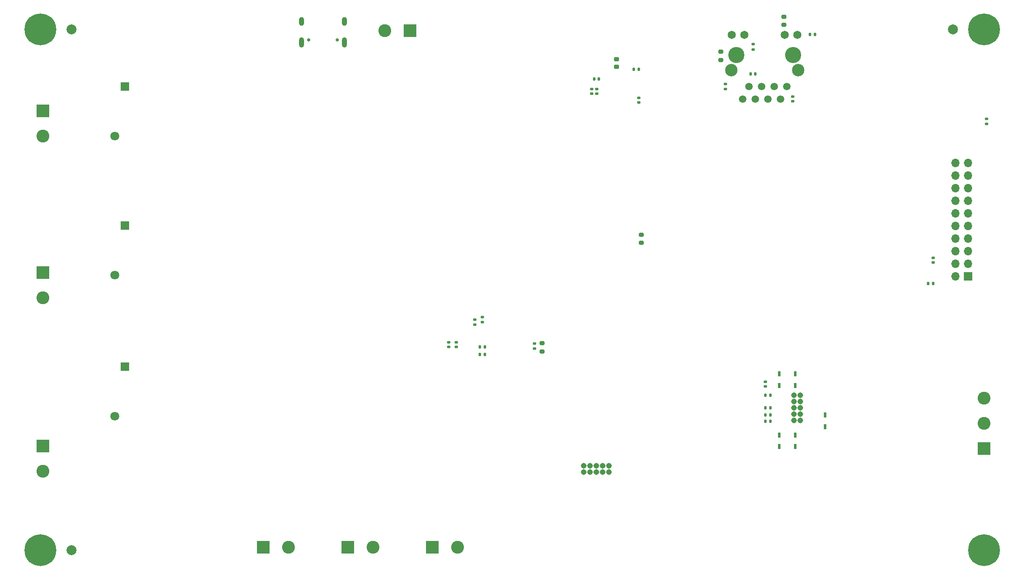
<source format=gbr>
%TF.GenerationSoftware,KiCad,Pcbnew,8.0.7*%
%TF.CreationDate,2025-11-12T22:50:05-06:00*%
%TF.ProjectId,EnergyMonitoringSystem,456e6572-6779-44d6-9f6e-69746f72696e,rev?*%
%TF.SameCoordinates,PX1c9c380PY91e9840*%
%TF.FileFunction,Soldermask,Bot*%
%TF.FilePolarity,Negative*%
%FSLAX46Y46*%
G04 Gerber Fmt 4.6, Leading zero omitted, Abs format (unit mm)*
G04 Created by KiCad (PCBNEW 8.0.7) date 2025-11-12 22:50:05*
%MOMM*%
%LPD*%
G01*
G04 APERTURE LIST*
G04 Aperture macros list*
%AMRoundRect*
0 Rectangle with rounded corners*
0 $1 Rounding radius*
0 $2 $3 $4 $5 $6 $7 $8 $9 X,Y pos of 4 corners*
0 Add a 4 corners polygon primitive as box body*
4,1,4,$2,$3,$4,$5,$6,$7,$8,$9,$2,$3,0*
0 Add four circle primitives for the rounded corners*
1,1,$1+$1,$2,$3*
1,1,$1+$1,$4,$5*
1,1,$1+$1,$6,$7*
1,1,$1+$1,$8,$9*
0 Add four rect primitives between the rounded corners*
20,1,$1+$1,$2,$3,$4,$5,0*
20,1,$1+$1,$4,$5,$6,$7,0*
20,1,$1+$1,$6,$7,$8,$9,0*
20,1,$1+$1,$8,$9,$2,$3,0*%
G04 Aperture macros list end*
%ADD10R,1.700000X1.700000*%
%ADD11O,1.700000X1.700000*%
%ADD12C,6.400000*%
%ADD13C,3.250000*%
%ADD14C,1.500000*%
%ADD15C,2.500000*%
%ADD16C,1.650000*%
%ADD17R,2.600000X2.600000*%
%ADD18C,2.600000*%
%ADD19C,1.143000*%
%ADD20R,1.800000X1.800000*%
%ADD21C,1.800000*%
%ADD22C,0.650000*%
%ADD23O,1.000000X2.100000*%
%ADD24O,1.000000X1.800000*%
%ADD25RoundRect,0.135000X0.135000X0.185000X-0.135000X0.185000X-0.135000X-0.185000X0.135000X-0.185000X0*%
%ADD26RoundRect,0.140000X0.170000X-0.140000X0.170000X0.140000X-0.170000X0.140000X-0.170000X-0.140000X0*%
%ADD27RoundRect,0.140000X-0.170000X0.140000X-0.170000X-0.140000X0.170000X-0.140000X0.170000X0.140000X0*%
%ADD28R,0.500000X1.100000*%
%ADD29RoundRect,0.140000X0.140000X0.170000X-0.140000X0.170000X-0.140000X-0.170000X0.140000X-0.170000X0*%
%ADD30RoundRect,0.140000X-0.140000X-0.170000X0.140000X-0.170000X0.140000X0.170000X-0.140000X0.170000X0*%
%ADD31C,2.000000*%
%ADD32RoundRect,0.135000X-0.185000X0.135000X-0.185000X-0.135000X0.185000X-0.135000X0.185000X0.135000X0*%
%ADD33RoundRect,0.200000X0.275000X-0.200000X0.275000X0.200000X-0.275000X0.200000X-0.275000X-0.200000X0*%
%ADD34RoundRect,0.135000X-0.135000X-0.185000X0.135000X-0.185000X0.135000X0.185000X-0.135000X0.185000X0*%
%ADD35RoundRect,0.225000X0.250000X-0.225000X0.250000X0.225000X-0.250000X0.225000X-0.250000X-0.225000X0*%
%ADD36RoundRect,0.135000X0.185000X-0.135000X0.185000X0.135000X-0.185000X0.135000X-0.185000X-0.135000X0*%
%ADD37RoundRect,0.200000X-0.275000X0.200000X-0.275000X-0.200000X0.275000X-0.200000X0.275000X0.200000X0*%
G04 APERTURE END LIST*
D10*
%TO.C,J503*%
X191750000Y60210000D03*
D11*
X189210000Y60210000D03*
X191750000Y62750000D03*
X189210000Y62750000D03*
X191750000Y65290000D03*
X189210000Y65290000D03*
X191750000Y67830000D03*
X189210000Y67830000D03*
X191750000Y70370000D03*
X189210000Y70370000D03*
X191750000Y72910000D03*
X189210000Y72910000D03*
X191750000Y75450000D03*
X189210000Y75450000D03*
X191750000Y77990000D03*
X189210000Y77990000D03*
X191750000Y80530000D03*
X189210000Y80530000D03*
X191750000Y83070000D03*
X189210000Y83070000D03*
%TD*%
D12*
%TO.C,H203*%
X195000000Y5000000D03*
%TD*%
D13*
%TO.C,J801*%
X156540000Y104890000D03*
X145110000Y104890000D03*
D14*
X155270000Y98540000D03*
X154000000Y96000000D03*
X152730000Y98540000D03*
X151460000Y96000000D03*
X150190000Y98540000D03*
X148920000Y96000000D03*
X147650000Y98540000D03*
X146380000Y96000000D03*
D15*
X157555000Y101840000D03*
X144095000Y101840000D03*
D16*
X157450000Y108950000D03*
X154910000Y108950000D03*
X146740000Y108950000D03*
X144200000Y108950000D03*
%TD*%
D17*
%TO.C,J602*%
X5500000Y61000000D03*
D18*
X5500000Y55920000D03*
%TD*%
D12*
%TO.C,H201*%
X5000000Y110000000D03*
%TD*%
D17*
%TO.C,J604*%
X49920000Y5600000D03*
D18*
X55000000Y5600000D03*
%TD*%
D19*
%TO.C,J401*%
X158000000Y31170000D03*
X156730000Y31170000D03*
X158000000Y32440000D03*
X156730000Y32440000D03*
X158000000Y33710000D03*
X156730000Y33710000D03*
X158000000Y34980000D03*
X156730000Y34980000D03*
X158000000Y36250000D03*
X156730000Y36250000D03*
%TD*%
D12*
%TO.C,H204*%
X5000000Y5000000D03*
%TD*%
D20*
%TO.C,R601*%
X22000000Y98500000D03*
D21*
X20000000Y88500000D03*
%TD*%
D17*
%TO.C,J606*%
X83920000Y5600000D03*
D18*
X89000000Y5600000D03*
%TD*%
D12*
%TO.C,H202*%
X195000000Y110000000D03*
%TD*%
D17*
%TO.C,J701*%
X195000000Y25500000D03*
D18*
X195000000Y30580000D03*
X195000000Y35660000D03*
%TD*%
D20*
%TO.C,R603*%
X22000000Y42000000D03*
D21*
X20000000Y32000000D03*
%TD*%
D17*
%TO.C,J605*%
X66920000Y5600000D03*
D18*
X72000000Y5600000D03*
%TD*%
D17*
%TO.C,J601*%
X5500000Y93580000D03*
D18*
X5500000Y88500000D03*
%TD*%
D17*
%TO.C,J202*%
X79412500Y109725000D03*
D18*
X74332500Y109725000D03*
%TD*%
D20*
%TO.C,R602*%
X22000000Y70500000D03*
D21*
X20000000Y60500000D03*
%TD*%
D19*
%TO.C,J502*%
X114430000Y20800000D03*
X114430000Y22070000D03*
X115700000Y20800000D03*
X115700000Y22070000D03*
X116970000Y20800000D03*
X116970000Y22070000D03*
X118240000Y20800000D03*
X118240000Y22070000D03*
X119510000Y20800000D03*
X119510000Y22070000D03*
%TD*%
D22*
%TO.C,J201*%
X64802500Y107900000D03*
X59022500Y107900000D03*
D23*
X66232500Y107400000D03*
D24*
X66232500Y111580000D03*
D23*
X57592500Y107400000D03*
D24*
X57592500Y111580000D03*
%TD*%
D17*
%TO.C,J603*%
X5500000Y26000000D03*
D18*
X5500000Y20920000D03*
%TD*%
D25*
%TO.C,R816*%
X161010000Y109000000D03*
X159990000Y109000000D03*
%TD*%
D26*
%TO.C,C434*%
X151000000Y38040000D03*
X151000000Y39000000D03*
%TD*%
D27*
%TO.C,C906*%
X92500000Y51480000D03*
X92500000Y50520000D03*
%TD*%
D28*
%TO.C,D403*%
X163000000Y32250000D03*
X163000000Y29950000D03*
%TD*%
D29*
%TO.C,C804*%
X117480000Y100000000D03*
X116520000Y100000000D03*
%TD*%
D30*
%TO.C,C803*%
X124500000Y102000000D03*
X125460000Y102000000D03*
%TD*%
D31*
%TO.C,FM205*%
X188750000Y110000000D03*
%TD*%
D27*
%TO.C,C905*%
X94000000Y51980000D03*
X94000000Y51020000D03*
%TD*%
D32*
%TO.C,R909*%
X104500000Y46685000D03*
X104500000Y45665000D03*
%TD*%
D27*
%TO.C,C808*%
X125500000Y96210000D03*
X125500000Y95250000D03*
%TD*%
D33*
%TO.C,R818*%
X142000000Y103850000D03*
X142000000Y105500000D03*
%TD*%
D29*
%TO.C,C810*%
X148980000Y101000000D03*
X148020000Y101000000D03*
%TD*%
D27*
%TO.C,C902*%
X88750000Y46960000D03*
X88750000Y46000000D03*
%TD*%
D33*
%TO.C,R922*%
X106000000Y45100000D03*
X106000000Y46750000D03*
%TD*%
D34*
%TO.C,R409*%
X150990000Y32250000D03*
X152010000Y32250000D03*
%TD*%
D35*
%TO.C,C805*%
X121000000Y102450000D03*
X121000000Y104000000D03*
%TD*%
D31*
%TO.C,FM206*%
X11250000Y5000000D03*
%TD*%
D29*
%TO.C,C903*%
X94480000Y46000000D03*
X93520000Y46000000D03*
%TD*%
D28*
%TO.C,D404*%
X153750000Y25950000D03*
X153750000Y28250000D03*
%TD*%
D36*
%TO.C,R817*%
X148500000Y105990000D03*
X148500000Y107010000D03*
%TD*%
D26*
%TO.C,C807*%
X117000000Y97020000D03*
X117000000Y97980000D03*
%TD*%
D27*
%TO.C,C812*%
X142980000Y98980000D03*
X142980000Y98020000D03*
%TD*%
D26*
%TO.C,C505*%
X195500000Y91000000D03*
X195500000Y91960000D03*
%TD*%
D28*
%TO.C,D408*%
X153750000Y40550000D03*
X153750000Y38250000D03*
%TD*%
D27*
%TO.C,C901*%
X87250000Y46940000D03*
X87250000Y45980000D03*
%TD*%
D34*
%TO.C,R411*%
X150990000Y36250000D03*
X152010000Y36250000D03*
%TD*%
D28*
%TO.C,D406*%
X157000000Y40550000D03*
X157000000Y38250000D03*
%TD*%
D29*
%TO.C,C904*%
X94480000Y44500000D03*
X93520000Y44500000D03*
%TD*%
D28*
%TO.C,D405*%
X157000000Y25950000D03*
X157000000Y28250000D03*
%TD*%
D34*
%TO.C,R408*%
X150990000Y31000000D03*
X152010000Y31000000D03*
%TD*%
D37*
%TO.C,R819*%
X154750000Y112575000D03*
X154750000Y110925000D03*
%TD*%
D26*
%TO.C,C506*%
X184750000Y63020000D03*
X184750000Y63980000D03*
%TD*%
%TO.C,C809*%
X156500000Y95500000D03*
X156500000Y96460000D03*
%TD*%
D34*
%TO.C,R410*%
X150990000Y33750000D03*
X152010000Y33750000D03*
%TD*%
D26*
%TO.C,C806*%
X116000000Y97020000D03*
X116000000Y97980000D03*
%TD*%
D37*
%TO.C,R403*%
X126000000Y68650000D03*
X126000000Y67000000D03*
%TD*%
D29*
%TO.C,C504*%
X184750000Y58750000D03*
X183790000Y58750000D03*
%TD*%
D31*
%TO.C,FM204*%
X11250000Y110000000D03*
%TD*%
M02*

</source>
